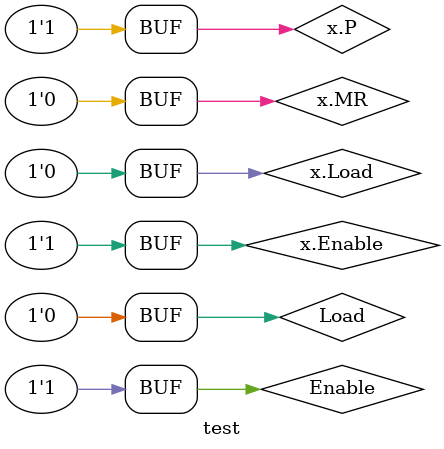
<source format=sv>
/* 
    - The modport (module ports) groups and specifies the port directions to the
        signals declared within the interface.
    - modports are declared inside the interface with the keyword modport.
    - By specifying the port directions, modport provides access restrictions.
    - modport item declared as input is not allowed to be driven or being assigned. 
        Any attempt to drive leads to a compilation error.
    - Modports can have, input, inout, output, and ref

 */

interface count_ifc (input bit CLK);
    logic [3:0] Q, P;
    logic Load, Enable, MR;

    modport driver (output P, Load, Enable, MR,input Q);
    modport dut    (input  P, Load, Enable, MR,output Q);
endinterface

module test (count_ifc x);
    initial begin
        x.P      <= 4'b0111;
        x.MR     <= 1'b0;
        x.Enable <= 1'b1 ;
        x.Load   <= 1'b0;

        #3 x.MR<= 1'b1;
        #6 x.MR<= 1'b0;

        #43 Enable <= 1'b0;
        #15 Enable <= 1'b1;

        #16 Load <= 1'b1 ;
        #9  Load <= 1'b0 ;
    end
endmodule

</source>
